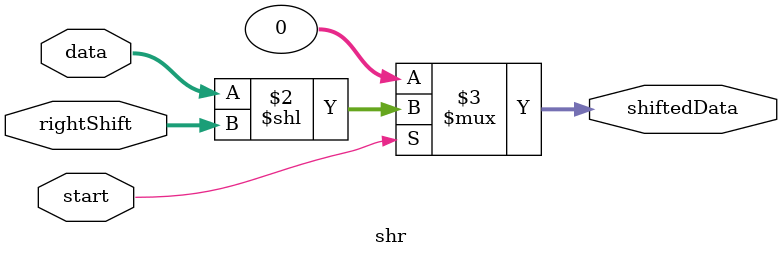
<source format=v>
`timescale 1ns / 1ps


module shr(
    input start,
    input [5:0] rightShift,
    input [31:0] data,
    output [31:0] shiftedData
    );
    integer i;
    assign shiftedData = (start==1) ? data<<rightShift : 0;
 
endmodule

</source>
